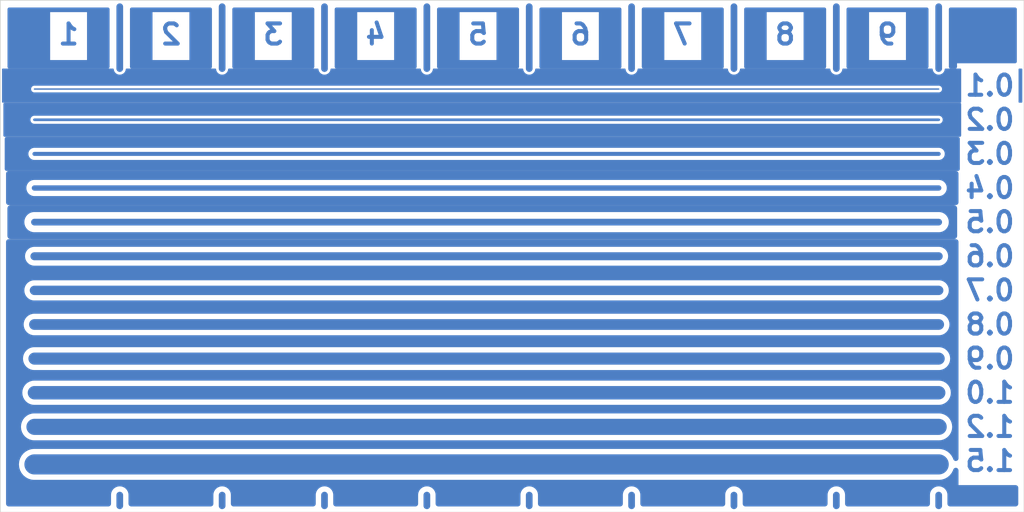
<source format=kicad_pcb>
(kicad_pcb (version 20171130) (host pcbnew "(5.1.8-0-10_14)")

  (general
    (thickness 1.6)
    (drawings 26)
    (tracks 30)
    (zones 0)
    (modules 0)
    (nets 1)
  )

  (page A4)
  (layers
    (0 F.Cu signal)
    (31 B.Cu signal)
    (32 B.Adhes user)
    (33 F.Adhes user)
    (34 B.Paste user)
    (35 F.Paste user)
    (36 B.SilkS user)
    (37 F.SilkS user)
    (38 B.Mask user)
    (39 F.Mask user)
    (40 Dwgs.User user)
    (41 Cmts.User user)
    (42 Eco1.User user)
    (43 Eco2.User user)
    (44 Edge.Cuts user)
    (45 Margin user)
    (46 B.CrtYd user)
    (47 F.CrtYd user)
    (48 B.Fab user)
    (49 F.Fab user)
  )

  (setup
    (last_trace_width 0.25)
    (trace_clearance 0.2)
    (zone_clearance 0.1)
    (zone_45_only no)
    (trace_min 0.2)
    (via_size 0.8)
    (via_drill 0.4)
    (via_min_size 0.4)
    (via_min_drill 0.3)
    (uvia_size 0.3)
    (uvia_drill 0.1)
    (uvias_allowed no)
    (uvia_min_size 0.2)
    (uvia_min_drill 0.1)
    (edge_width 0.05)
    (segment_width 0.2)
    (pcb_text_width 0.3)
    (pcb_text_size 1.5 1.5)
    (mod_edge_width 0.12)
    (mod_text_size 1 1)
    (mod_text_width 0.15)
    (pad_size 1.524 1.524)
    (pad_drill 0.762)
    (pad_to_mask_clearance 0)
    (aux_axis_origin 0 0)
    (visible_elements FFFFFF7F)
    (pcbplotparams
      (layerselection 0x00000_fffffffe)
      (usegerberextensions false)
      (usegerberattributes true)
      (usegerberadvancedattributes true)
      (creategerberjobfile true)
      (excludeedgelayer true)
      (linewidth 0.100000)
      (plotframeref false)
      (viasonmask false)
      (mode 1)
      (useauxorigin false)
      (hpglpennumber 1)
      (hpglpenspeed 20)
      (hpglpendiameter 15.000000)
      (psnegative true)
      (psa4output false)
      (plotreference true)
      (plotvalue true)
      (plotinvisibletext false)
      (padsonsilk false)
      (subtractmaskfromsilk false)
      (outputformat 4)
      (mirror false)
      (drillshape 2)
      (scaleselection 1)
      (outputdirectory ""))
  )

  (net 0 "")

  (net_class Default "This is the default net class."
    (clearance 0.2)
    (trace_width 0.25)
    (via_dia 0.8)
    (via_drill 0.4)
    (uvia_dia 0.3)
    (uvia_drill 0.1)
  )

  (gr_text 1.5 (at 187.96 110.49) (layer B.Cu)
    (effects (font (size 1.5 1.5) (thickness 0.3)) (justify mirror))
  )
  (gr_text 1.2 (at 187.96 107.95) (layer B.Cu)
    (effects (font (size 1.5 1.5) (thickness 0.3)) (justify mirror))
  )
  (gr_text 1.0 (at 187.96 105.41) (layer B.Cu)
    (effects (font (size 1.5 1.5) (thickness 0.3)) (justify mirror))
  )
  (gr_text 0.9 (at 187.96 102.87) (layer B.Cu)
    (effects (font (size 1.5 1.5) (thickness 0.3)) (justify mirror))
  )
  (gr_text 0.8 (at 187.96 100.33) (layer B.Cu)
    (effects (font (size 1.5 1.5) (thickness 0.3)) (justify mirror))
  )
  (gr_text 0.7 (at 187.96 97.79) (layer B.Cu)
    (effects (font (size 1.5 1.5) (thickness 0.3)) (justify mirror))
  )
  (gr_text 0.6 (at 187.96 95.25) (layer B.Cu)
    (effects (font (size 1.5 1.5) (thickness 0.3)) (justify mirror))
  )
  (gr_text 0.5 (at 187.96 92.71) (layer B.Cu)
    (effects (font (size 1.5 1.5) (thickness 0.3)) (justify mirror))
  )
  (gr_text 0.4 (at 187.96 90.17) (layer B.Cu)
    (effects (font (size 1.5 1.5) (thickness 0.3)) (justify mirror))
  )
  (gr_text 0.3 (at 187.96 87.63) (layer B.Cu)
    (effects (font (size 1.5 1.5) (thickness 0.3)) (justify mirror))
  )
  (gr_text 0.2 (at 187.96 85.09) (layer B.Cu)
    (effects (font (size 1.5 1.5) (thickness 0.3)) (justify mirror))
  )
  (gr_text 0.1 (at 187.96 82.55) (layer B.Cu)
    (effects (font (size 1.5 1.5) (thickness 0.3)) (justify mirror))
  )
  (gr_text 9 (at 180.34 78.74) (layer B.Cu)
    (effects (font (size 1.5 1.5) (thickness 0.3)) (justify mirror))
  )
  (gr_text 8 (at 172.72 78.74) (layer B.Cu)
    (effects (font (size 1.5 1.5) (thickness 0.3)) (justify mirror))
  )
  (gr_text 7 (at 165.1 78.74) (layer B.Cu) (tstamp 5FF9FDA6)
    (effects (font (size 1.5 1.5) (thickness 0.3)) (justify mirror))
  )
  (gr_text 6 (at 157.48 78.74) (layer B.Cu) (tstamp 5FF9FDCD)
    (effects (font (size 1.5 1.5) (thickness 0.3)) (justify mirror))
  )
  (gr_text 5 (at 149.86 78.74) (layer B.Cu) (tstamp 5FF9FDD3)
    (effects (font (size 1.5 1.5) (thickness 0.3)) (justify mirror))
  )
  (gr_text 4 (at 142.24 78.74) (layer B.Cu)
    (effects (font (size 1.5 1.5) (thickness 0.3)) (justify mirror))
  )
  (gr_text 3 (at 134.62 78.74) (layer B.Cu)
    (effects (font (size 1.5 1.5) (thickness 0.3)) (justify mirror))
  )
  (gr_text 2 (at 127 78.74) (layer B.Cu)
    (effects (font (size 1.5 1.5) (thickness 0.3)) (justify mirror))
  )
  (gr_text 1 (at 119.38 78.74) (layer B.Cu)
    (effects (font (size 1.5 1.5) (thickness 0.3)) (justify mirror))
  )
  (gr_line (start 190.5 76.2) (end 114.3 76.2) (layer Edge.Cuts) (width 0.05) (tstamp 5FF9FD88))
  (gr_line (start 190.5 114.3) (end 190.5 76.2) (layer Edge.Cuts) (width 0.05))
  (gr_line (start 114.3 114.3) (end 190.5 114.3) (layer Edge.Cuts) (width 0.05))
  (gr_line (start 114.3 101.6) (end 114.3 114.3) (layer Edge.Cuts) (width 0.05))
  (gr_line (start 114.3 76.2) (end 114.3 101.6) (layer Edge.Cuts) (width 0.05))

  (segment (start 116.84 82.804) (end 184.15 82.804) (width 0.1) (layer B.Cu) (net 0))
  (segment (start 116.84 85.09) (end 184.15 85.09) (width 0.2) (layer B.Cu) (net 0))
  (segment (start 116.84 87.63) (end 184.15 87.63) (width 0.3) (layer B.Cu) (net 0))
  (segment (start 184.15 90.17) (end 116.84 90.17) (width 0.4) (layer B.Cu) (net 0))
  (segment (start 184.15 92.71) (end 116.84 92.71) (width 0.5) (layer B.Cu) (net 0))
  (segment (start 184.15 95.25) (end 116.84 95.25) (width 0.6) (layer B.Cu) (net 0))
  (segment (start 116.84 97.79) (end 184.15 97.79) (width 0.7) (layer B.Cu) (net 0))
  (segment (start 184.15 100.33) (end 116.84 100.33) (width 0.8) (layer B.Cu) (net 0))
  (segment (start 116.84 102.87) (end 184.15 102.87) (width 0.9) (layer B.Cu) (net 0))
  (segment (start 184.15 105.41) (end 116.84 105.41) (width 1) (layer B.Cu) (net 0))
  (segment (start 116.84 107.95) (end 184.15 107.95) (width 1.2) (layer B.Cu) (net 0))
  (segment (start 184.15 110.744) (end 116.84 110.744) (width 1.5) (layer B.Cu) (net 0))
  (segment (start 123.19 81.28) (end 123.19 76.67501) (width 0.5) (layer B.Cu) (net 0))
  (segment (start 123.19 113.03) (end 123.19 113.82499) (width 0.5) (layer B.Cu) (net 0))
  (segment (start 130.81 81.28) (end 130.81 76.67501) (width 0.5) (layer B.Cu) (net 0))
  (segment (start 138.43 81.28) (end 138.43 76.67501) (width 0.5) (layer B.Cu) (net 0))
  (segment (start 146.05 81.28) (end 146.05 76.67501) (width 0.5) (layer B.Cu) (net 0))
  (segment (start 153.67 81.28) (end 153.67 76.67501) (width 0.5) (layer B.Cu) (net 0))
  (segment (start 161.29 81.28) (end 161.29 76.67501) (width 0.5) (layer B.Cu) (net 0))
  (segment (start 168.91 81.28) (end 168.91 76.67501) (width 0.5) (layer B.Cu) (net 0))
  (segment (start 176.53 81.28) (end 176.53 76.67501) (width 0.5) (layer B.Cu) (net 0))
  (segment (start 130.81 113.03) (end 130.81 113.82499) (width 0.5) (layer B.Cu) (net 0))
  (segment (start 138.43 113.03) (end 138.43 113.82499) (width 0.5) (layer B.Cu) (net 0))
  (segment (start 146.05 113.03) (end 146.05 113.82499) (width 0.5) (layer B.Cu) (net 0))
  (segment (start 153.67 113.03) (end 153.67 113.82499) (width 0.5) (layer B.Cu) (net 0))
  (segment (start 161.29 113.03) (end 161.29 113.82499) (width 0.5) (layer B.Cu) (net 0))
  (segment (start 168.91 113.03) (end 168.91 113.82499) (width 0.5) (layer B.Cu) (net 0))
  (segment (start 176.53 113.03) (end 176.53 113.82499) (width 0.5) (layer B.Cu) (net 0))
  (segment (start 184.15 113.03) (end 184.15 113.82499) (width 0.5) (layer B.Cu) (net 0))
  (segment (start 184.15 81.28) (end 184.15 76.67501) (width 0.5) (layer B.Cu) (net 0))

  (zone (net 0) (net_name "") (layer B.Cu) (tstamp 5FF9FE4C) (hatch edge 0.508)
    (connect_pads (clearance 0.508))
    (min_thickness 0.254)
    (fill yes (arc_segments 32) (thermal_gap 0.508) (thermal_bridge_width 0.508))
    (polygon
      (pts
        (xy 190.5 81.28) (xy 114.3 81.28) (xy 114.3 76.2) (xy 190.5 76.2)
      )
    )
    (filled_polygon
      (pts
        (xy 122.305 81.153) (xy 114.96 81.153) (xy 114.96 76.95) (xy 117.880715 76.95) (xy 117.880715 80.77)
        (xy 120.879286 80.77) (xy 120.879286 76.95) (xy 117.880715 76.95) (xy 114.96 76.95) (xy 114.96 76.86)
        (xy 122.305001 76.86)
      )
    )
    (filled_polygon
      (pts
        (xy 129.925 81.153) (xy 124.075 81.153) (xy 124.075 76.95) (xy 125.500715 76.95) (xy 125.500715 80.77)
        (xy 128.499286 80.77) (xy 128.499286 76.95) (xy 125.500715 76.95) (xy 124.075 76.95) (xy 124.075 76.86)
        (xy 129.925001 76.86)
      )
    )
    (filled_polygon
      (pts
        (xy 137.545 81.153) (xy 131.695 81.153) (xy 131.695 76.95) (xy 133.120715 76.95) (xy 133.120715 80.77)
        (xy 136.119286 80.77) (xy 136.119286 76.95) (xy 133.120715 76.95) (xy 131.695 76.95) (xy 131.695 76.86)
        (xy 137.545001 76.86)
      )
    )
    (filled_polygon
      (pts
        (xy 145.165 81.153) (xy 139.315 81.153) (xy 139.315 76.95) (xy 140.740715 76.95) (xy 140.740715 80.77)
        (xy 143.739286 80.77) (xy 143.739286 76.95) (xy 140.740715 76.95) (xy 139.315 76.95) (xy 139.315 76.86)
        (xy 145.165001 76.86)
      )
    )
    (filled_polygon
      (pts
        (xy 152.785 81.153) (xy 146.935 81.153) (xy 146.935 76.95) (xy 148.360715 76.95) (xy 148.360715 80.77)
        (xy 151.359286 80.77) (xy 151.359286 76.95) (xy 148.360715 76.95) (xy 146.935 76.95) (xy 146.935 76.86)
        (xy 152.785001 76.86)
      )
    )
    (filled_polygon
      (pts
        (xy 160.405 81.153) (xy 154.555 81.153) (xy 154.555 76.95) (xy 155.980715 76.95) (xy 155.980715 80.77)
        (xy 158.979286 80.77) (xy 158.979286 76.95) (xy 155.980715 76.95) (xy 154.555 76.95) (xy 154.555 76.86)
        (xy 160.405001 76.86)
      )
    )
    (filled_polygon
      (pts
        (xy 168.025 81.153) (xy 162.175 81.153) (xy 162.175 76.95) (xy 163.600715 76.95) (xy 163.600715 80.77)
        (xy 166.599286 80.77) (xy 166.599286 76.95) (xy 163.600715 76.95) (xy 162.175 76.95) (xy 162.175 76.86)
        (xy 168.025001 76.86)
      )
    )
    (filled_polygon
      (pts
        (xy 175.645 81.153) (xy 169.795 81.153) (xy 169.795 76.95) (xy 171.220715 76.95) (xy 171.220715 80.77)
        (xy 174.219286 80.77) (xy 174.219286 76.95) (xy 171.220715 76.95) (xy 169.795 76.95) (xy 169.795 76.86)
        (xy 175.645001 76.86)
      )
    )
    (filled_polygon
      (pts
        (xy 183.265 81.153) (xy 177.415 81.153) (xy 177.415 76.95) (xy 178.840715 76.95) (xy 178.840715 80.77)
        (xy 181.839286 80.77) (xy 181.839286 76.95) (xy 178.840715 76.95) (xy 177.415 76.95) (xy 177.415 76.86)
        (xy 183.265001 76.86)
      )
    )
    (filled_polygon
      (pts
        (xy 189.840001 80.76) (xy 185.389286 80.76) (xy 185.389286 81.153) (xy 185.035 81.153) (xy 185.035 76.86)
        (xy 189.840001 76.86)
      )
    )
  )
  (zone (net 0) (net_name "") (layer B.Cu) (tstamp 5FF9FE49) (hatch edge 0.508)
    (connect_pads yes (clearance 0.1))
    (min_thickness 0.1)
    (fill yes (arc_segments 32) (thermal_gap 0.1) (thermal_bridge_width 0.2))
    (polygon
      (pts
        (xy 190.5 83.82) (xy 114.3 83.82) (xy 114.3 81.28) (xy 190.5 81.28)
      )
    )
    (filled_polygon
      (pts
        (xy 190.325001 83.77) (xy 190.145715 83.77) (xy 190.145715 81.33) (xy 190.325001 81.33)
      )
    )
    (filled_polygon
      (pts
        (xy 122.697235 81.378016) (xy 122.725825 81.472266) (xy 122.772254 81.559129) (xy 122.834736 81.635264) (xy 122.910871 81.697746)
        (xy 122.997733 81.744175) (xy 123.091983 81.772765) (xy 123.19 81.782419) (xy 123.288016 81.772765) (xy 123.382266 81.744175)
        (xy 123.469129 81.697746) (xy 123.545264 81.635264) (xy 123.607746 81.559129) (xy 123.654175 81.472267) (xy 123.682765 81.378017)
        (xy 123.687494 81.33) (xy 130.312506 81.33) (xy 130.317235 81.378016) (xy 130.345825 81.472266) (xy 130.392254 81.559129)
        (xy 130.454736 81.635264) (xy 130.530871 81.697746) (xy 130.617733 81.744175) (xy 130.711983 81.772765) (xy 130.81 81.782419)
        (xy 130.908016 81.772765) (xy 131.002266 81.744175) (xy 131.089129 81.697746) (xy 131.165264 81.635264) (xy 131.227746 81.559129)
        (xy 131.274175 81.472267) (xy 131.302765 81.378017) (xy 131.307494 81.33) (xy 137.932506 81.33) (xy 137.937235 81.378016)
        (xy 137.965825 81.472266) (xy 138.012254 81.559129) (xy 138.074736 81.635264) (xy 138.150871 81.697746) (xy 138.237733 81.744175)
        (xy 138.331983 81.772765) (xy 138.43 81.782419) (xy 138.528016 81.772765) (xy 138.622266 81.744175) (xy 138.709129 81.697746)
        (xy 138.785264 81.635264) (xy 138.847746 81.559129) (xy 138.894175 81.472267) (xy 138.922765 81.378017) (xy 138.927494 81.33)
        (xy 145.552506 81.33) (xy 145.557235 81.378016) (xy 145.585825 81.472266) (xy 145.632254 81.559129) (xy 145.694736 81.635264)
        (xy 145.770871 81.697746) (xy 145.857733 81.744175) (xy 145.951983 81.772765) (xy 146.05 81.782419) (xy 146.148016 81.772765)
        (xy 146.242266 81.744175) (xy 146.329129 81.697746) (xy 146.405264 81.635264) (xy 146.467746 81.559129) (xy 146.514175 81.472267)
        (xy 146.542765 81.378017) (xy 146.547494 81.33) (xy 153.172506 81.33) (xy 153.177235 81.378016) (xy 153.205825 81.472266)
        (xy 153.252254 81.559129) (xy 153.314736 81.635264) (xy 153.390871 81.697746) (xy 153.477733 81.744175) (xy 153.571983 81.772765)
        (xy 153.67 81.782419) (xy 153.768016 81.772765) (xy 153.862266 81.744175) (xy 153.949129 81.697746) (xy 154.025264 81.635264)
        (xy 154.087746 81.559129) (xy 154.134175 81.472267) (xy 154.162765 81.378017) (xy 154.167494 81.33) (xy 160.792506 81.33)
        (xy 160.797235 81.378016) (xy 160.825825 81.472266) (xy 160.872254 81.559129) (xy 160.934736 81.635264) (xy 161.010871 81.697746)
        (xy 161.097733 81.744175) (xy 161.191983 81.772765) (xy 161.29 81.782419) (xy 161.388016 81.772765) (xy 161.482266 81.744175)
        (xy 161.569129 81.697746) (xy 161.645264 81.635264) (xy 161.707746 81.559129) (xy 161.754175 81.472267) (xy 161.782765 81.378017)
        (xy 161.787494 81.33) (xy 168.412506 81.33) (xy 168.417235 81.378016) (xy 168.445825 81.472266) (xy 168.492254 81.559129)
        (xy 168.554736 81.635264) (xy 168.630871 81.697746) (xy 168.717733 81.744175) (xy 168.811983 81.772765) (xy 168.91 81.782419)
        (xy 169.008016 81.772765) (xy 169.102266 81.744175) (xy 169.189129 81.697746) (xy 169.265264 81.635264) (xy 169.327746 81.559129)
        (xy 169.374175 81.472267) (xy 169.402765 81.378017) (xy 169.407494 81.33) (xy 176.032506 81.33) (xy 176.037235 81.378016)
        (xy 176.065825 81.472266) (xy 176.112254 81.559129) (xy 176.174736 81.635264) (xy 176.250871 81.697746) (xy 176.337733 81.744175)
        (xy 176.431983 81.772765) (xy 176.53 81.782419) (xy 176.628016 81.772765) (xy 176.722266 81.744175) (xy 176.809129 81.697746)
        (xy 176.885264 81.635264) (xy 176.947746 81.559129) (xy 176.994175 81.472267) (xy 177.022765 81.378017) (xy 177.027494 81.33)
        (xy 183.652506 81.33) (xy 183.657235 81.378016) (xy 183.685825 81.472266) (xy 183.732254 81.559129) (xy 183.794736 81.635264)
        (xy 183.870871 81.697746) (xy 183.957733 81.744175) (xy 184.051983 81.772765) (xy 184.15 81.782419) (xy 184.248016 81.772765)
        (xy 184.342266 81.744175) (xy 184.429129 81.697746) (xy 184.505264 81.635264) (xy 184.567746 81.559129) (xy 184.614175 81.472267)
        (xy 184.642765 81.378017) (xy 184.647494 81.33) (xy 185.774286 81.33) (xy 185.774286 83.77) (xy 114.475 83.77)
        (xy 114.475 82.804) (xy 116.538549 82.804) (xy 116.544341 82.86281) (xy 116.561496 82.91936) (xy 116.589353 82.971477)
        (xy 116.626842 83.017158) (xy 116.672523 83.054647) (xy 116.72464 83.082504) (xy 116.78119 83.099659) (xy 116.825267 83.104)
        (xy 184.164733 83.104) (xy 184.20881 83.099659) (xy 184.26536 83.082504) (xy 184.317477 83.054647) (xy 184.363158 83.017158)
        (xy 184.400647 82.971477) (xy 184.428504 82.91936) (xy 184.445659 82.86281) (xy 184.451451 82.804) (xy 184.445659 82.74519)
        (xy 184.428504 82.68864) (xy 184.400647 82.636523) (xy 184.363158 82.590842) (xy 184.317477 82.553353) (xy 184.26536 82.525496)
        (xy 184.20881 82.508341) (xy 184.164733 82.504) (xy 116.825267 82.504) (xy 116.78119 82.508341) (xy 116.72464 82.525496)
        (xy 116.672523 82.553353) (xy 116.626842 82.590842) (xy 116.589353 82.636523) (xy 116.561496 82.68864) (xy 116.544341 82.74519)
        (xy 116.538549 82.804) (xy 114.475 82.804) (xy 114.475 81.33) (xy 122.692506 81.33)
      )
    )
  )
  (zone (net 0) (net_name "") (layer B.Cu) (tstamp 5FF9FE46) (hatch edge 0.508)
    (connect_pads yes (clearance 0.2))
    (min_thickness 0.2)
    (fill yes (arc_segments 32) (thermal_gap 0.2) (thermal_bridge_width 0.3))
    (polygon
      (pts
        (xy 190.5 86.36) (xy 114.3 86.36) (xy 114.3 83.82) (xy 190.5 83.82)
      )
    )
    (filled_polygon
      (pts
        (xy 185.724286 86.26) (xy 114.625 86.26) (xy 114.625 85.09) (xy 116.438065 85.09) (xy 116.445788 85.168414)
        (xy 116.46866 85.243814) (xy 116.505803 85.313303) (xy 116.555789 85.374211) (xy 116.616697 85.424197) (xy 116.686186 85.46134)
        (xy 116.761586 85.484212) (xy 116.820353 85.49) (xy 184.169647 85.49) (xy 184.228414 85.484212) (xy 184.303814 85.46134)
        (xy 184.373303 85.424197) (xy 184.434211 85.374211) (xy 184.484197 85.313303) (xy 184.52134 85.243814) (xy 184.544212 85.168414)
        (xy 184.551935 85.09) (xy 184.544212 85.011586) (xy 184.52134 84.936186) (xy 184.484197 84.866697) (xy 184.434211 84.805789)
        (xy 184.373303 84.755803) (xy 184.303814 84.71866) (xy 184.228414 84.695788) (xy 184.169647 84.69) (xy 116.820353 84.69)
        (xy 116.761586 84.695788) (xy 116.686186 84.71866) (xy 116.616697 84.755803) (xy 116.555789 84.805789) (xy 116.505803 84.866697)
        (xy 116.46866 84.936186) (xy 116.445788 85.011586) (xy 116.438065 85.09) (xy 114.625 85.09) (xy 114.625 83.92)
        (xy 185.724286 83.92)
      )
    )
  )
  (zone (net 0) (net_name "") (layer B.Cu) (tstamp 5FF9FE43) (hatch edge 0.508)
    (connect_pads yes (clearance 0.3))
    (min_thickness 0.3)
    (fill yes (arc_segments 32) (thermal_gap 0.3) (thermal_bridge_width 0.4))
    (polygon
      (pts
        (xy 190.5 88.9) (xy 114.3 88.9) (xy 114.3 86.36) (xy 190.5 86.36)
      )
    )
    (filled_polygon
      (pts
        (xy 185.574286 88.75) (xy 114.775 88.75) (xy 114.775 87.63) (xy 116.237097 87.63) (xy 116.248682 87.747621)
        (xy 116.28299 87.860721) (xy 116.338704 87.964955) (xy 116.413683 88.056317) (xy 116.505045 88.131296) (xy 116.609279 88.18701)
        (xy 116.722379 88.221318) (xy 116.810526 88.23) (xy 184.179474 88.23) (xy 184.267621 88.221318) (xy 184.380721 88.18701)
        (xy 184.484955 88.131296) (xy 184.576317 88.056317) (xy 184.651296 87.964955) (xy 184.70701 87.860721) (xy 184.741318 87.747621)
        (xy 184.752903 87.63) (xy 184.741318 87.512379) (xy 184.70701 87.399279) (xy 184.651296 87.295045) (xy 184.576317 87.203683)
        (xy 184.484955 87.128704) (xy 184.380721 87.07299) (xy 184.267621 87.038682) (xy 184.179474 87.03) (xy 116.810526 87.03)
        (xy 116.722379 87.038682) (xy 116.609279 87.07299) (xy 116.505045 87.128704) (xy 116.413683 87.203683) (xy 116.338704 87.295045)
        (xy 116.28299 87.399279) (xy 116.248682 87.512379) (xy 116.237097 87.63) (xy 114.775 87.63) (xy 114.775 86.51)
        (xy 185.574286 86.51)
      )
    )
  )
  (zone (net 0) (net_name "") (layer B.Cu) (tstamp 5FF9FE40) (hatch edge 0.508)
    (connect_pads yes (clearance 0.4))
    (min_thickness 0.4)
    (fill yes (arc_segments 32) (thermal_gap 0.4) (thermal_bridge_width 0.5))
    (polygon
      (pts
        (xy 190.5 91.44) (xy 114.3 91.44) (xy 114.3 88.9) (xy 190.5 88.9)
      )
    )
    (filled_polygon
      (pts
        (xy 185.424286 91.24) (xy 114.925 91.24) (xy 114.925 90.17) (xy 116.03613 90.17) (xy 116.051576 90.326827)
        (xy 116.097321 90.477628) (xy 116.171607 90.616606) (xy 116.271578 90.738422) (xy 116.393394 90.838393) (xy 116.532372 90.912679)
        (xy 116.683173 90.958424) (xy 116.800707 90.97) (xy 184.189293 90.97) (xy 184.306827 90.958424) (xy 184.457628 90.912679)
        (xy 184.596606 90.838393) (xy 184.718422 90.738422) (xy 184.818393 90.616606) (xy 184.892679 90.477628) (xy 184.938424 90.326827)
        (xy 184.95387 90.17) (xy 184.938424 90.013173) (xy 184.892679 89.862372) (xy 184.818393 89.723394) (xy 184.718422 89.601578)
        (xy 184.596606 89.501607) (xy 184.457628 89.427321) (xy 184.306827 89.381576) (xy 184.189293 89.37) (xy 116.800707 89.37)
        (xy 116.683173 89.381576) (xy 116.532372 89.427321) (xy 116.393394 89.501607) (xy 116.271578 89.601578) (xy 116.171607 89.723394)
        (xy 116.097321 89.862372) (xy 116.051576 90.013173) (xy 116.03613 90.17) (xy 114.925 90.17) (xy 114.925 89.1)
        (xy 185.424286 89.1)
      )
    )
  )
  (zone (net 0) (net_name "") (layer B.Cu) (tstamp 5FF9FE3D) (hatch edge 0.508)
    (connect_pads yes (clearance 0.5))
    (min_thickness 0.5)
    (fill yes (arc_segments 32) (thermal_gap 0.5) (thermal_bridge_width 0.6))
    (polygon
      (pts
        (xy 190.5 93.98) (xy 114.3 93.98) (xy 114.3 91.44) (xy 190.5 91.44)
      )
    )
    (filled_polygon
      (pts
        (xy 185.274286 93.73) (xy 115.075 93.73) (xy 115.075 92.71) (xy 115.835162 92.71) (xy 115.85447 92.906034)
        (xy 115.911651 93.094535) (xy 116.004508 93.268258) (xy 116.129472 93.420528) (xy 116.281742 93.545492) (xy 116.455465 93.638349)
        (xy 116.643966 93.69553) (xy 116.79088 93.71) (xy 184.19912 93.71) (xy 184.346034 93.69553) (xy 184.534535 93.638349)
        (xy 184.708258 93.545492) (xy 184.860528 93.420528) (xy 184.985492 93.268258) (xy 185.078349 93.094535) (xy 185.13553 92.906034)
        (xy 185.154838 92.71) (xy 185.13553 92.513966) (xy 185.078349 92.325465) (xy 184.985492 92.151742) (xy 184.860528 91.999472)
        (xy 184.708258 91.874508) (xy 184.534535 91.781651) (xy 184.346034 91.72447) (xy 184.19912 91.71) (xy 116.79088 91.71)
        (xy 116.643966 91.72447) (xy 116.455465 91.781651) (xy 116.281742 91.874508) (xy 116.129472 91.999472) (xy 116.004508 92.151742)
        (xy 115.911651 92.325465) (xy 115.85447 92.513966) (xy 115.835162 92.71) (xy 115.075 92.71) (xy 115.075 91.69)
        (xy 185.274286 91.69)
      )
    )
  )
  (zone (net 0) (net_name "") (layer B.Cu) (tstamp 5FF9FE3A) (hatch edge 0.508)
    (connect_pads yes (clearance 0.4))
    (min_thickness 0.4)
    (fill yes (arc_segments 32) (thermal_gap 0.4) (thermal_bridge_width 0.5))
    (polygon
      (pts
        (xy 190.5 114.3) (xy 114.3 114.3) (xy 114.3 93.98) (xy 190.5 93.98)
      )
    )
    (filled_polygon
      (pts
        (xy 185.424286 110.294151) (xy 185.403272 110.224878) (xy 185.277915 109.990351) (xy 185.109213 109.784787) (xy 184.903649 109.616085)
        (xy 184.669122 109.490728) (xy 184.414646 109.413533) (xy 184.216321 109.394) (xy 116.773679 109.394) (xy 116.575354 109.413533)
        (xy 116.320878 109.490728) (xy 116.086351 109.616085) (xy 115.880787 109.784787) (xy 115.712085 109.990351) (xy 115.586728 110.224878)
        (xy 115.509533 110.479354) (xy 115.483468 110.744) (xy 115.509533 111.008646) (xy 115.586728 111.263122) (xy 115.712085 111.497649)
        (xy 115.880787 111.703213) (xy 116.086351 111.871915) (xy 116.320878 111.997272) (xy 116.575354 112.074467) (xy 116.773679 112.094)
        (xy 184.216321 112.094) (xy 184.414646 112.074467) (xy 184.669122 111.997272) (xy 184.903649 111.871915) (xy 185.109213 111.703213)
        (xy 185.277915 111.497649) (xy 185.403272 111.263122) (xy 185.424286 111.193849) (xy 185.424286 112.485) (xy 189.875 112.485)
        (xy 189.875 113.675) (xy 185 113.675) (xy 185 112.988251) (xy 184.9877 112.863371) (xy 184.939097 112.703145)
        (xy 184.860168 112.555481) (xy 184.753948 112.426052) (xy 184.624518 112.319832) (xy 184.476854 112.240903) (xy 184.316628 112.1923)
        (xy 184.15 112.175888) (xy 183.983371 112.1923) (xy 183.823145 112.240903) (xy 183.675481 112.319832) (xy 183.546052 112.426052)
        (xy 183.439832 112.555482) (xy 183.360903 112.703146) (xy 183.3123 112.863372) (xy 183.3 112.988252) (xy 183.3 113.675)
        (xy 177.38 113.675) (xy 177.38 112.988251) (xy 177.3677 112.863371) (xy 177.319097 112.703145) (xy 177.240168 112.555481)
        (xy 177.133948 112.426052) (xy 177.004518 112.319832) (xy 176.856854 112.240903) (xy 176.696628 112.1923) (xy 176.53 112.175888)
        (xy 176.363371 112.1923) (xy 176.203145 112.240903) (xy 176.055481 112.319832) (xy 175.926052 112.426052) (xy 175.819832 112.555482)
        (xy 175.740903 112.703146) (xy 175.6923 112.863372) (xy 175.68 112.988252) (xy 175.68 113.675) (xy 169.76 113.675)
        (xy 169.76 112.988251) (xy 169.7477 112.863371) (xy 169.699097 112.703145) (xy 169.620168 112.555481) (xy 169.513948 112.426052)
        (xy 169.384518 112.319832) (xy 169.236854 112.240903) (xy 169.076628 112.1923) (xy 168.91 112.175888) (xy 168.743371 112.1923)
        (xy 168.583145 112.240903) (xy 168.435481 112.319832) (xy 168.306052 112.426052) (xy 168.199832 112.555482) (xy 168.120903 112.703146)
        (xy 168.0723 112.863372) (xy 168.06 112.988252) (xy 168.06 113.675) (xy 162.14 113.675) (xy 162.14 112.988251)
        (xy 162.1277 112.863371) (xy 162.079097 112.703145) (xy 162.000168 112.555481) (xy 161.893948 112.426052) (xy 161.764518 112.319832)
        (xy 161.616854 112.240903) (xy 161.456628 112.1923) (xy 161.29 112.175888) (xy 161.123371 112.1923) (xy 160.963145 112.240903)
        (xy 160.815481 112.319832) (xy 160.686052 112.426052) (xy 160.579832 112.555482) (xy 160.500903 112.703146) (xy 160.4523 112.863372)
        (xy 160.44 112.988252) (xy 160.44 113.675) (xy 154.52 113.675) (xy 154.52 112.988251) (xy 154.5077 112.863371)
        (xy 154.459097 112.703145) (xy 154.380168 112.555481) (xy 154.273948 112.426052) (xy 154.144518 112.319832) (xy 153.996854 112.240903)
        (xy 153.836628 112.1923) (xy 153.67 112.175888) (xy 153.503371 112.1923) (xy 153.343145 112.240903) (xy 153.195481 112.319832)
        (xy 153.066052 112.426052) (xy 152.959832 112.555482) (xy 152.880903 112.703146) (xy 152.8323 112.863372) (xy 152.82 112.988252)
        (xy 152.82 113.675) (xy 146.9 113.675) (xy 146.9 112.988251) (xy 146.8877 112.863371) (xy 146.839097 112.703145)
        (xy 146.760168 112.555481) (xy 146.653948 112.426052) (xy 146.524518 112.319832) (xy 146.376854 112.240903) (xy 146.216628 112.1923)
        (xy 146.05 112.175888) (xy 145.883371 112.1923) (xy 145.723145 112.240903) (xy 145.575481 112.319832) (xy 145.446052 112.426052)
        (xy 145.339832 112.555482) (xy 145.260903 112.703146) (xy 145.2123 112.863372) (xy 145.2 112.988252) (xy 145.2 113.675)
        (xy 139.28 113.675) (xy 139.28 112.988251) (xy 139.2677 112.863371) (xy 139.219097 112.703145) (xy 139.140168 112.555481)
        (xy 139.033948 112.426052) (xy 138.904518 112.319832) (xy 138.756854 112.240903) (xy 138.596628 112.1923) (xy 138.43 112.175888)
        (xy 138.263371 112.1923) (xy 138.103145 112.240903) (xy 137.955481 112.319832) (xy 137.826052 112.426052) (xy 137.719832 112.555482)
        (xy 137.640903 112.703146) (xy 137.5923 112.863372) (xy 137.58 112.988252) (xy 137.58 113.675) (xy 131.66 113.675)
        (xy 131.66 112.988251) (xy 131.6477 112.863371) (xy 131.599097 112.703145) (xy 131.520168 112.555481) (xy 131.413948 112.426052)
        (xy 131.284518 112.319832) (xy 131.136854 112.240903) (xy 130.976628 112.1923) (xy 130.81 112.175888) (xy 130.643371 112.1923)
        (xy 130.483145 112.240903) (xy 130.335481 112.319832) (xy 130.206052 112.426052) (xy 130.099832 112.555482) (xy 130.020903 112.703146)
        (xy 129.9723 112.863372) (xy 129.96 112.988252) (xy 129.96 113.675) (xy 124.04 113.675) (xy 124.04 112.988251)
        (xy 124.0277 112.863371) (xy 123.979097 112.703145) (xy 123.900168 112.555481) (xy 123.793948 112.426052) (xy 123.664518 112.319832)
        (xy 123.516854 112.240903) (xy 123.356628 112.1923) (xy 123.19 112.175888) (xy 123.023371 112.1923) (xy 122.863145 112.240903)
        (xy 122.715481 112.319832) (xy 122.586052 112.426052) (xy 122.479832 112.555482) (xy 122.400903 112.703146) (xy 122.3523 112.863372)
        (xy 122.34 112.988252) (xy 122.34 113.675) (xy 114.925 113.675) (xy 114.925 107.95) (xy 115.634194 107.95)
        (xy 115.657363 108.185241) (xy 115.725981 108.411442) (xy 115.837409 108.61991) (xy 115.987366 108.802634) (xy 116.17009 108.952591)
        (xy 116.378558 109.064019) (xy 116.604759 109.132637) (xy 116.78105 109.15) (xy 184.20895 109.15) (xy 184.385241 109.132637)
        (xy 184.611442 109.064019) (xy 184.81991 108.952591) (xy 185.002634 108.802634) (xy 185.152591 108.61991) (xy 185.264019 108.411442)
        (xy 185.332637 108.185241) (xy 185.355806 107.95) (xy 185.332637 107.714759) (xy 185.264019 107.488558) (xy 185.152591 107.28009)
        (xy 185.002634 107.097366) (xy 184.81991 106.947409) (xy 184.611442 106.835981) (xy 184.385241 106.767363) (xy 184.20895 106.75)
        (xy 116.78105 106.75) (xy 116.604759 106.767363) (xy 116.378558 106.835981) (xy 116.17009 106.947409) (xy 115.987366 107.097366)
        (xy 115.837409 107.28009) (xy 115.725981 107.488558) (xy 115.657363 107.714759) (xy 115.634194 107.95) (xy 114.925 107.95)
        (xy 114.925 105.41) (xy 115.734678 105.41) (xy 115.755916 105.625638) (xy 115.818816 105.832988) (xy 115.920958 106.024084)
        (xy 116.058419 106.191581) (xy 116.225916 106.329042) (xy 116.417012 106.431184) (xy 116.624362 106.494084) (xy 116.785964 106.51)
        (xy 184.204036 106.51) (xy 184.365638 106.494084) (xy 184.572988 106.431184) (xy 184.764084 106.329042) (xy 184.931581 106.191581)
        (xy 185.069042 106.024084) (xy 185.171184 105.832988) (xy 185.234084 105.625638) (xy 185.255322 105.41) (xy 185.234084 105.194362)
        (xy 185.171184 104.987012) (xy 185.069042 104.795916) (xy 184.931581 104.628419) (xy 184.764084 104.490958) (xy 184.572988 104.388816)
        (xy 184.365638 104.325916) (xy 184.204036 104.31) (xy 116.785964 104.31) (xy 116.624362 104.325916) (xy 116.417012 104.388816)
        (xy 116.225916 104.490958) (xy 116.058419 104.628419) (xy 115.920958 104.795916) (xy 115.818816 104.987012) (xy 115.755916 105.194362)
        (xy 115.734678 105.41) (xy 114.925 105.41) (xy 114.925 102.87) (xy 115.78492 102.87) (xy 115.805193 103.075836)
        (xy 115.865233 103.273762) (xy 115.962733 103.456171) (xy 116.093946 103.616054) (xy 116.253829 103.747267) (xy 116.436238 103.844767)
        (xy 116.634164 103.904807) (xy 116.788422 103.92) (xy 184.201578 103.92) (xy 184.355836 103.904807) (xy 184.553762 103.844767)
        (xy 184.736171 103.747267) (xy 184.896054 103.616054) (xy 185.027267 103.456171) (xy 185.124767 103.273762) (xy 185.184807 103.075836)
        (xy 185.20508 102.87) (xy 185.184807 102.664164) (xy 185.124767 102.466238) (xy 185.027267 102.283829) (xy 184.896054 102.123946)
        (xy 184.736171 101.992733) (xy 184.553762 101.895233) (xy 184.355836 101.835193) (xy 184.201578 101.82) (xy 116.788422 101.82)
        (xy 116.634164 101.835193) (xy 116.436238 101.895233) (xy 116.253829 101.992733) (xy 116.093946 102.123946) (xy 115.962733 102.283829)
        (xy 115.865233 102.466238) (xy 115.805193 102.664164) (xy 115.78492 102.87) (xy 114.925 102.87) (xy 114.925 100.33)
        (xy 115.835162 100.33) (xy 115.85447 100.526034) (xy 115.911651 100.714535) (xy 116.004508 100.888258) (xy 116.129472 101.040528)
        (xy 116.281742 101.165492) (xy 116.455465 101.258349) (xy 116.643966 101.31553) (xy 116.79088 101.33) (xy 184.19912 101.33)
        (xy 184.346034 101.31553) (xy 184.534535 101.258349) (xy 184.708258 101.165492) (xy 184.860528 101.040528) (xy 184.985492 100.888258)
        (xy 185.078349 100.714535) (xy 185.13553 100.526034) (xy 185.154838 100.33) (xy 185.13553 100.133966) (xy 185.078349 99.945465)
        (xy 184.985492 99.771742) (xy 184.860528 99.619472) (xy 184.708258 99.494508) (xy 184.534535 99.401651) (xy 184.346034 99.34447)
        (xy 184.19912 99.33) (xy 116.79088 99.33) (xy 116.643966 99.34447) (xy 116.455465 99.401651) (xy 116.281742 99.494508)
        (xy 116.129472 99.619472) (xy 116.004508 99.771742) (xy 115.911651 99.945465) (xy 115.85447 100.133966) (xy 115.835162 100.33)
        (xy 114.925 100.33) (xy 114.925 97.79) (xy 115.885404 97.79) (xy 115.903746 97.976232) (xy 115.958068 98.155308)
        (xy 116.046282 98.320345) (xy 116.164999 98.465001) (xy 116.309655 98.583718) (xy 116.474692 98.671932) (xy 116.653768 98.726254)
        (xy 116.793335 98.74) (xy 184.196665 98.74) (xy 184.336232 98.726254) (xy 184.515308 98.671932) (xy 184.680345 98.583718)
        (xy 184.825001 98.465001) (xy 184.943718 98.320345) (xy 185.031932 98.155308) (xy 185.086254 97.976232) (xy 185.104596 97.79)
        (xy 185.086254 97.603768) (xy 185.031932 97.424692) (xy 184.943718 97.259655) (xy 184.825001 97.114999) (xy 184.680345 96.996282)
        (xy 184.515308 96.908068) (xy 184.336232 96.853746) (xy 184.196665 96.84) (xy 116.793335 96.84) (xy 116.653768 96.853746)
        (xy 116.474692 96.908068) (xy 116.309655 96.996282) (xy 116.164999 97.114999) (xy 116.046282 97.259655) (xy 115.958068 97.424692)
        (xy 115.903746 97.603768) (xy 115.885404 97.79) (xy 114.925 97.79) (xy 114.925 95.25) (xy 115.935646 95.25)
        (xy 115.953023 95.426431) (xy 116.004486 95.596081) (xy 116.088057 95.752432) (xy 116.200525 95.889475) (xy 116.337568 96.001943)
        (xy 116.493919 96.085514) (xy 116.663569 96.136977) (xy 116.795793 96.15) (xy 184.194207 96.15) (xy 184.326431 96.136977)
        (xy 184.496081 96.085514) (xy 184.652432 96.001943) (xy 184.789475 95.889475) (xy 184.901943 95.752432) (xy 184.985514 95.596081)
        (xy 185.036977 95.426431) (xy 185.054354 95.25) (xy 185.036977 95.073569) (xy 184.985514 94.903919) (xy 184.901943 94.747568)
        (xy 184.789475 94.610525) (xy 184.652432 94.498057) (xy 184.496081 94.414486) (xy 184.326431 94.363023) (xy 184.194207 94.35)
        (xy 116.795793 94.35) (xy 116.663569 94.363023) (xy 116.493919 94.414486) (xy 116.337568 94.498057) (xy 116.200525 94.610525)
        (xy 116.088057 94.747568) (xy 116.004486 94.903919) (xy 115.953023 95.073569) (xy 115.935646 95.25) (xy 114.925 95.25)
        (xy 114.925 94.18) (xy 185.424286 94.18)
      )
    )
  )
)

</source>
